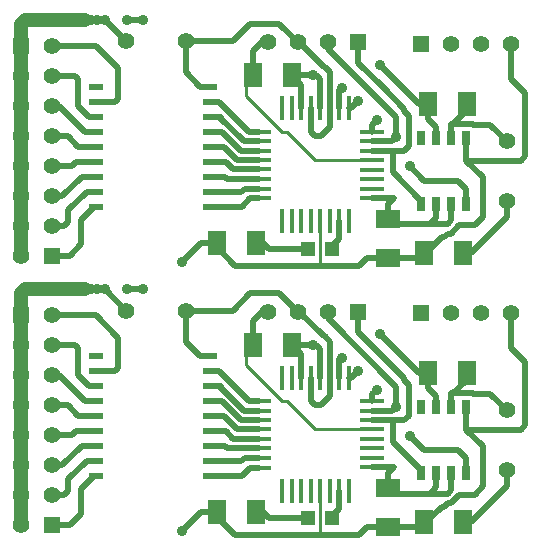
<source format=gtl>
G04 (created by PCBNEW (2013-may-18)-stable) date Сб 10 янв 2015 20:32:16*
%MOIN*%
G04 Gerber Fmt 3.4, Leading zero omitted, Abs format*
%FSLAX34Y34*%
G01*
G70*
G90*
G04 APERTURE LIST*
%ADD10C,0.00590551*%
%ADD11R,0.055X0.055*%
%ADD12C,0.055*%
%ADD13R,0.05X0.02*%
%ADD14R,0.025X0.05*%
%ADD15R,0.0472X0.0472*%
%ADD16R,0.06X0.08*%
%ADD17R,0.08X0.06*%
%ADD18R,0.0177X0.0787*%
%ADD19R,0.0787X0.0177*%
%ADD20C,0.035*%
%ADD21C,0.0472441*%
%ADD22C,0.019685*%
%ADD23C,0.01*%
G04 APERTURE END LIST*
G54D10*
G54D11*
X14011Y-10078D03*
G54D12*
X15011Y-10078D03*
X16011Y-10078D03*
X17011Y-10078D03*
G54D13*
X3178Y-12021D03*
X3178Y-12521D03*
X3178Y-13021D03*
X3178Y-13521D03*
X3178Y-14021D03*
X3178Y-14521D03*
X3178Y-15021D03*
X3178Y-15521D03*
X6978Y-15517D03*
X6978Y-15017D03*
X6978Y-14517D03*
X6978Y-14017D03*
X6978Y-13517D03*
X6978Y-13017D03*
X6978Y-12517D03*
X6978Y-12017D03*
X6978Y-11517D03*
X3179Y-11509D03*
G54D11*
X669Y-10161D03*
G54D12*
X669Y-11161D03*
X669Y-12161D03*
X669Y-13161D03*
X669Y-14161D03*
X669Y-15161D03*
X669Y-16161D03*
X669Y-17161D03*
G54D11*
X1692Y-17161D03*
G54D12*
X1692Y-16161D03*
X1692Y-15161D03*
X1692Y-14161D03*
X1692Y-13161D03*
X1692Y-12161D03*
X1692Y-11161D03*
X1692Y-10161D03*
G54D14*
X14013Y-15430D03*
X14513Y-15430D03*
X15013Y-15430D03*
X15513Y-15430D03*
X15513Y-13230D03*
X15013Y-13230D03*
X14513Y-13230D03*
X14013Y-13230D03*
G54D12*
X16850Y-13330D03*
X16850Y-15330D03*
X4157Y-10000D03*
X6157Y-10000D03*
G54D15*
X11042Y-16929D03*
X10216Y-16929D03*
G54D11*
X11893Y-10039D03*
G54D12*
X10893Y-10039D03*
X9893Y-10039D03*
X8893Y-10039D03*
G54D16*
X14113Y-17047D03*
X15413Y-17047D03*
X15531Y-12086D03*
X14231Y-12086D03*
G54D17*
X12913Y-17224D03*
X12913Y-15924D03*
G54D16*
X8484Y-16732D03*
X7184Y-16732D03*
X8405Y-11141D03*
X9705Y-11141D03*
G54D18*
X9379Y-12237D03*
X9694Y-12237D03*
X10009Y-12237D03*
X10324Y-12237D03*
X10639Y-12237D03*
X10954Y-12237D03*
X11269Y-12237D03*
X11584Y-12237D03*
X11582Y-16003D03*
X9372Y-16003D03*
X9692Y-16003D03*
X10012Y-16003D03*
X10322Y-16003D03*
X10642Y-16003D03*
X10952Y-16003D03*
X11272Y-16003D03*
G54D19*
X12372Y-13021D03*
X12372Y-13335D03*
X12372Y-13651D03*
X12372Y-13965D03*
X12372Y-14281D03*
X12372Y-14595D03*
X12372Y-14911D03*
X12372Y-15225D03*
X8592Y-13023D03*
X8592Y-13333D03*
X8592Y-13653D03*
X8592Y-13963D03*
X8592Y-14273D03*
X8592Y-14593D03*
X8592Y-14913D03*
X8592Y-15233D03*
G54D18*
X9379Y-3261D03*
X9694Y-3261D03*
X10009Y-3261D03*
X10324Y-3261D03*
X10639Y-3261D03*
X10954Y-3261D03*
X11269Y-3261D03*
X11584Y-3261D03*
X11582Y-7027D03*
X9372Y-7027D03*
X9692Y-7027D03*
X10012Y-7027D03*
X10322Y-7027D03*
X10642Y-7027D03*
X10952Y-7027D03*
X11272Y-7027D03*
G54D19*
X12372Y-4045D03*
X12372Y-4359D03*
X12372Y-4675D03*
X12372Y-4989D03*
X12372Y-5305D03*
X12372Y-5619D03*
X12372Y-5935D03*
X12372Y-6249D03*
X8592Y-4047D03*
X8592Y-4357D03*
X8592Y-4677D03*
X8592Y-4987D03*
X8592Y-5297D03*
X8592Y-5617D03*
X8592Y-5937D03*
X8592Y-6257D03*
G54D16*
X8405Y-2165D03*
X9705Y-2165D03*
X8484Y-7755D03*
X7184Y-7755D03*
G54D17*
X12913Y-8248D03*
X12913Y-6948D03*
G54D16*
X15531Y-3110D03*
X14231Y-3110D03*
X14113Y-8070D03*
X15413Y-8070D03*
G54D11*
X11893Y-1062D03*
G54D12*
X10893Y-1062D03*
X9893Y-1062D03*
X8893Y-1062D03*
G54D15*
X11042Y-7952D03*
X10216Y-7952D03*
G54D12*
X4157Y-1023D03*
X6157Y-1023D03*
X16850Y-4354D03*
X16850Y-6354D03*
G54D14*
X14013Y-6454D03*
X14513Y-6454D03*
X15013Y-6454D03*
X15513Y-6454D03*
X15513Y-4254D03*
X15013Y-4254D03*
X14513Y-4254D03*
X14013Y-4254D03*
G54D11*
X1692Y-8185D03*
G54D12*
X1692Y-7185D03*
X1692Y-6185D03*
X1692Y-5185D03*
X1692Y-4185D03*
X1692Y-3185D03*
X1692Y-2185D03*
X1692Y-1185D03*
G54D11*
X669Y-1185D03*
G54D12*
X669Y-2185D03*
X669Y-3185D03*
X669Y-4185D03*
X669Y-5185D03*
X669Y-6185D03*
X669Y-7185D03*
X669Y-8185D03*
G54D13*
X3178Y-3045D03*
X3178Y-3545D03*
X3178Y-4045D03*
X3178Y-4545D03*
X3178Y-5045D03*
X3178Y-5545D03*
X3178Y-6045D03*
X3178Y-6545D03*
X6978Y-6541D03*
X6978Y-6041D03*
X6978Y-5541D03*
X6978Y-5041D03*
X6978Y-4541D03*
X6978Y-4041D03*
X6978Y-3541D03*
X6978Y-3041D03*
X6978Y-2541D03*
X3179Y-2533D03*
G54D11*
X14011Y-1102D03*
G54D12*
X15011Y-1102D03*
X16011Y-1102D03*
X17011Y-1102D03*
G54D20*
X4157Y-10000D03*
X2795Y-9291D03*
X2992Y-9291D03*
X3188Y-9291D03*
X3448Y-9291D03*
X3448Y-314D03*
X3188Y-314D03*
X2992Y-314D03*
X2795Y-314D03*
X4157Y-1023D03*
X4212Y-9291D03*
X4724Y-9291D03*
X10393Y-11141D03*
X12637Y-10787D03*
X12637Y-1811D03*
X10393Y-2165D03*
X4724Y-314D03*
X4212Y-314D03*
X11377Y-11574D03*
X11377Y-2598D03*
X11889Y-12007D03*
X11889Y-3031D03*
X12519Y-12637D03*
X12519Y-3661D03*
X13622Y-14173D03*
X13169Y-13208D03*
X13169Y-4232D03*
X13622Y-5196D03*
X6023Y-17362D03*
X6023Y-8385D03*
G54D21*
X669Y-11161D02*
X669Y-10161D01*
X669Y-12161D02*
X669Y-11161D01*
X669Y-13161D02*
X669Y-12161D01*
X669Y-14161D02*
X669Y-13161D01*
X669Y-15161D02*
X669Y-14161D01*
X669Y-14803D02*
X669Y-15161D01*
X669Y-16161D02*
X669Y-14803D01*
X669Y-17161D02*
X669Y-16161D01*
G54D22*
X3188Y-9291D02*
X2992Y-9291D01*
G54D21*
X669Y-10161D02*
X669Y-9409D01*
X787Y-9291D02*
X2795Y-9291D01*
X669Y-9409D02*
X787Y-9291D01*
G54D22*
X4157Y-10000D02*
X3448Y-9291D01*
X4157Y-1023D02*
X3448Y-314D01*
G54D21*
X669Y-433D02*
X787Y-314D01*
X787Y-314D02*
X2795Y-314D01*
X669Y-1185D02*
X669Y-433D01*
G54D22*
X3188Y-314D02*
X2992Y-314D01*
G54D21*
X669Y-8185D02*
X669Y-7185D01*
X669Y-7185D02*
X669Y-5826D01*
X669Y-5826D02*
X669Y-6185D01*
X669Y-6185D02*
X669Y-5185D01*
X669Y-5185D02*
X669Y-4185D01*
X669Y-4185D02*
X669Y-3185D01*
X669Y-3185D02*
X669Y-2185D01*
X669Y-2185D02*
X669Y-1185D01*
G54D22*
X4212Y-9291D02*
X4724Y-9291D01*
X10009Y-11446D02*
X9705Y-11141D01*
X10009Y-12237D02*
X10009Y-11446D01*
X10393Y-11141D02*
X9705Y-11141D01*
X10639Y-11269D02*
X10511Y-11141D01*
X10511Y-11141D02*
X10393Y-11141D01*
X10639Y-12237D02*
X10639Y-11269D01*
X14513Y-12860D02*
X14231Y-12578D01*
X14231Y-12578D02*
X14231Y-12086D01*
X14513Y-13230D02*
X14513Y-12860D01*
X13937Y-12086D02*
X12637Y-10787D01*
X14231Y-12086D02*
X13937Y-12086D01*
X14231Y-3110D02*
X13937Y-3110D01*
X13937Y-3110D02*
X12637Y-1811D01*
X14513Y-4254D02*
X14513Y-3883D01*
X14231Y-3601D02*
X14231Y-3110D01*
X14513Y-3883D02*
X14231Y-3601D01*
X10639Y-3261D02*
X10639Y-2292D01*
X10511Y-2165D02*
X10393Y-2165D01*
X10639Y-2292D02*
X10511Y-2165D01*
X10393Y-2165D02*
X9705Y-2165D01*
X10009Y-3261D02*
X10009Y-2469D01*
X10009Y-2469D02*
X9705Y-2165D01*
X4212Y-314D02*
X4724Y-314D01*
X11269Y-11623D02*
X11318Y-11574D01*
X11318Y-11574D02*
X11377Y-11574D01*
X11269Y-12237D02*
X11269Y-11623D01*
X11269Y-3261D02*
X11269Y-2647D01*
X11318Y-2598D02*
X11377Y-2598D01*
X11269Y-2647D02*
X11318Y-2598D01*
X11659Y-12237D02*
X11889Y-12007D01*
X11584Y-12237D02*
X11659Y-12237D01*
X11584Y-3261D02*
X11659Y-3261D01*
X11659Y-3261D02*
X11889Y-3031D01*
X12372Y-12785D02*
X12519Y-12637D01*
X12372Y-13021D02*
X12372Y-12785D01*
X12372Y-4045D02*
X12372Y-3808D01*
X12372Y-3808D02*
X12519Y-3661D01*
X13169Y-13208D02*
X13042Y-13335D01*
X13042Y-13335D02*
X12372Y-13335D01*
X13622Y-14173D02*
X14094Y-14645D01*
X14094Y-14645D02*
X15236Y-14645D01*
X15236Y-14645D02*
X15513Y-14923D01*
X15513Y-15430D02*
X15513Y-14923D01*
X13169Y-12539D02*
X10893Y-10263D01*
X10893Y-10263D02*
X10893Y-10039D01*
X13169Y-13208D02*
X13169Y-12539D01*
X13169Y-4232D02*
X13169Y-3562D01*
X10893Y-1287D02*
X10893Y-1062D01*
X13169Y-3562D02*
X10893Y-1287D01*
X15513Y-6454D02*
X15513Y-5946D01*
X15236Y-5669D02*
X15513Y-5946D01*
X14094Y-5669D02*
X15236Y-5669D01*
X13622Y-5196D02*
X14094Y-5669D01*
X13042Y-4359D02*
X12372Y-4359D01*
X13169Y-4232D02*
X13042Y-4359D01*
X11893Y-10712D02*
X12716Y-11535D01*
X12716Y-11535D02*
X13425Y-12244D01*
X13425Y-12244D02*
X13425Y-12322D01*
X13425Y-12322D02*
X13582Y-12480D01*
X13582Y-12480D02*
X13582Y-13503D01*
X13582Y-13503D02*
X13434Y-13651D01*
X13070Y-13651D02*
X12372Y-13651D01*
X13434Y-13651D02*
X13070Y-13651D01*
X11893Y-10039D02*
X11893Y-10712D01*
X14013Y-15312D02*
X13070Y-14370D01*
X13070Y-14370D02*
X13070Y-13651D01*
X14013Y-15430D02*
X14013Y-15312D01*
X14013Y-6454D02*
X14013Y-6336D01*
X13070Y-5393D02*
X13070Y-4675D01*
X14013Y-6336D02*
X13070Y-5393D01*
X11893Y-1062D02*
X11893Y-1736D01*
X13434Y-4675D02*
X13070Y-4675D01*
X13070Y-4675D02*
X12372Y-4675D01*
X13582Y-4527D02*
X13434Y-4675D01*
X13582Y-3503D02*
X13582Y-4527D01*
X13425Y-3346D02*
X13582Y-3503D01*
X13425Y-3267D02*
X13425Y-3346D01*
X12716Y-2559D02*
X13425Y-3267D01*
X11893Y-1736D02*
X12716Y-2559D01*
X15013Y-15970D02*
X14881Y-16102D01*
X14881Y-16102D02*
X14291Y-16102D01*
X15013Y-15430D02*
X15013Y-15970D01*
X14513Y-15879D02*
X14291Y-16102D01*
X14513Y-15430D02*
X14513Y-15879D01*
X12913Y-15412D02*
X12913Y-15924D01*
X13099Y-15225D02*
X12913Y-15412D01*
X12372Y-15225D02*
X13099Y-15225D01*
X13090Y-16102D02*
X12913Y-15924D01*
X14291Y-16102D02*
X13090Y-16102D01*
X14291Y-7125D02*
X13090Y-7125D01*
X13090Y-7125D02*
X12913Y-6948D01*
X12372Y-6249D02*
X13099Y-6249D01*
X13099Y-6249D02*
X12913Y-6435D01*
X12913Y-6435D02*
X12913Y-6948D01*
X14513Y-6454D02*
X14513Y-6903D01*
X14513Y-6903D02*
X14291Y-7125D01*
X15013Y-6454D02*
X15013Y-6994D01*
X14881Y-7125D02*
X14291Y-7125D01*
X15013Y-6994D02*
X14881Y-7125D01*
X8260Y-13023D02*
X7253Y-12017D01*
X7253Y-12017D02*
X6978Y-12017D01*
X8592Y-13023D02*
X8260Y-13023D01*
X8592Y-4047D02*
X8260Y-4047D01*
X7253Y-3041D02*
X6978Y-3041D01*
X8260Y-4047D02*
X7253Y-3041D01*
X7320Y-12517D02*
X6978Y-12517D01*
X8084Y-13333D02*
X7268Y-12517D01*
X7268Y-12517D02*
X6978Y-12517D01*
X8592Y-13333D02*
X8084Y-13333D01*
X8592Y-4357D02*
X8084Y-4357D01*
X7268Y-3541D02*
X6978Y-3541D01*
X8084Y-4357D02*
X7268Y-3541D01*
X7320Y-3541D02*
X6978Y-3541D01*
X7984Y-13653D02*
X7348Y-13017D01*
X7348Y-13017D02*
X6978Y-13017D01*
X8592Y-13653D02*
X7984Y-13653D01*
X8592Y-4677D02*
X7984Y-4677D01*
X7348Y-4041D02*
X6978Y-4041D01*
X7984Y-4677D02*
X7348Y-4041D01*
X7205Y-13517D02*
X6978Y-13517D01*
X7861Y-13963D02*
X7415Y-13517D01*
X7415Y-13517D02*
X6978Y-13517D01*
X8592Y-13963D02*
X7861Y-13963D01*
X8592Y-4987D02*
X7861Y-4987D01*
X7415Y-4541D02*
X6978Y-4541D01*
X7861Y-4987D02*
X7415Y-4541D01*
X7205Y-4541D02*
X6978Y-4541D01*
X7285Y-14017D02*
X6978Y-14017D01*
X7738Y-14273D02*
X7482Y-14017D01*
X7482Y-14017D02*
X6978Y-14017D01*
X8592Y-14273D02*
X7738Y-14273D01*
X8592Y-5297D02*
X7738Y-5297D01*
X7482Y-5041D02*
X6978Y-5041D01*
X7738Y-5297D02*
X7482Y-5041D01*
X7285Y-5041D02*
X6978Y-5041D01*
X7546Y-14593D02*
X7470Y-14517D01*
X7470Y-14517D02*
X6978Y-14517D01*
X8592Y-14593D02*
X7546Y-14593D01*
X8592Y-5617D02*
X7546Y-5617D01*
X7470Y-5541D02*
X6978Y-5541D01*
X7546Y-5617D02*
X7470Y-5541D01*
X8117Y-14913D02*
X8013Y-15017D01*
X8013Y-15017D02*
X6978Y-15017D01*
X8592Y-14913D02*
X8117Y-14913D01*
X8592Y-5937D02*
X8117Y-5937D01*
X8013Y-6041D02*
X6978Y-6041D01*
X8117Y-5937D02*
X8013Y-6041D01*
X8309Y-15233D02*
X8025Y-15517D01*
X8025Y-15517D02*
X6978Y-15517D01*
X8592Y-15233D02*
X8309Y-15233D01*
X8592Y-6257D02*
X8309Y-6257D01*
X8025Y-6541D02*
X6978Y-6541D01*
X8309Y-6257D02*
X8025Y-6541D01*
G54D23*
X10461Y-13965D02*
X9527Y-13031D01*
X9527Y-13031D02*
X9370Y-13031D01*
X9370Y-13031D02*
X8149Y-11811D01*
X8149Y-11811D02*
X8149Y-11259D01*
X12372Y-13965D02*
X10461Y-13965D01*
G54D22*
X8700Y-10039D02*
X8405Y-10335D01*
X8405Y-10335D02*
X8405Y-11141D01*
X8893Y-10039D02*
X8700Y-10039D01*
X8893Y-1062D02*
X8700Y-1062D01*
X8405Y-1358D02*
X8405Y-2165D01*
X8700Y-1062D02*
X8405Y-1358D01*
G54D23*
X12372Y-4989D02*
X10461Y-4989D01*
X8149Y-2834D02*
X8149Y-2283D01*
X9370Y-4055D02*
X8149Y-2834D01*
X9527Y-4055D02*
X9370Y-4055D01*
X10461Y-4989D02*
X9527Y-4055D01*
G54D22*
X6157Y-11039D02*
X6635Y-11517D01*
X6635Y-11517D02*
X6978Y-11517D01*
X6157Y-10000D02*
X6157Y-11039D01*
X13936Y-17224D02*
X14113Y-17047D01*
X12913Y-17224D02*
X13936Y-17224D01*
X6023Y-17362D02*
X6653Y-16732D01*
X6653Y-16732D02*
X7184Y-16732D01*
X7184Y-16869D02*
X7795Y-17480D01*
X10642Y-17480D02*
X11929Y-17480D01*
X7795Y-17480D02*
X10642Y-17480D01*
X11929Y-17480D02*
X12184Y-17224D01*
X12184Y-17224D02*
X12913Y-17224D01*
X7184Y-16732D02*
X7184Y-16869D01*
G54D23*
X10642Y-16003D02*
X10642Y-17480D01*
G54D22*
X10954Y-12864D02*
X10954Y-12237D01*
X10669Y-13149D02*
X10954Y-12864D01*
X10452Y-13149D02*
X10669Y-13149D01*
X10324Y-13022D02*
X10452Y-13149D01*
X10324Y-12237D02*
X10324Y-13022D01*
X7716Y-10000D02*
X8307Y-9409D01*
X8307Y-9409D02*
X9263Y-9409D01*
X9263Y-9409D02*
X9893Y-10039D01*
X6157Y-10000D02*
X7716Y-10000D01*
X9921Y-10039D02*
X10748Y-10866D01*
X10748Y-10866D02*
X10787Y-10866D01*
X10787Y-10866D02*
X10954Y-11033D01*
X10954Y-11033D02*
X10954Y-12237D01*
X9893Y-10039D02*
X9921Y-10039D01*
X14173Y-17047D02*
X14685Y-16535D01*
X14685Y-16535D02*
X14763Y-16535D01*
X14763Y-16535D02*
X14881Y-16417D01*
X14881Y-16417D02*
X14986Y-16417D01*
X14986Y-16417D02*
X15262Y-16141D01*
X15262Y-16141D02*
X15787Y-16141D01*
X15787Y-16141D02*
X16062Y-15866D01*
X16062Y-15866D02*
X16062Y-14527D01*
X16062Y-14527D02*
X15513Y-13978D01*
X15513Y-13978D02*
X15513Y-13230D01*
X14113Y-17047D02*
X14173Y-17047D01*
X16183Y-13978D02*
X16185Y-13976D01*
X16185Y-13976D02*
X17322Y-13976D01*
X17322Y-13976D02*
X17480Y-13818D01*
X17480Y-13818D02*
X17480Y-11732D01*
X17480Y-11732D02*
X17011Y-11263D01*
X17011Y-11263D02*
X17011Y-10078D01*
X15513Y-13978D02*
X16183Y-13978D01*
X15513Y-5001D02*
X16183Y-5001D01*
X17011Y-2287D02*
X17011Y-1102D01*
X17480Y-2755D02*
X17011Y-2287D01*
X17480Y-4842D02*
X17480Y-2755D01*
X17322Y-5000D02*
X17480Y-4842D01*
X16185Y-5000D02*
X17322Y-5000D01*
X16183Y-5001D02*
X16185Y-5000D01*
X14113Y-8070D02*
X14173Y-8070D01*
X15513Y-5001D02*
X15513Y-4254D01*
X16062Y-5551D02*
X15513Y-5001D01*
X16062Y-6889D02*
X16062Y-5551D01*
X15787Y-7165D02*
X16062Y-6889D01*
X15262Y-7165D02*
X15787Y-7165D01*
X14986Y-7440D02*
X15262Y-7165D01*
X14881Y-7440D02*
X14986Y-7440D01*
X14763Y-7559D02*
X14881Y-7440D01*
X14685Y-7559D02*
X14763Y-7559D01*
X14173Y-8070D02*
X14685Y-7559D01*
X9893Y-1062D02*
X9921Y-1062D01*
X10954Y-2056D02*
X10954Y-3261D01*
X10787Y-1889D02*
X10954Y-2056D01*
X10748Y-1889D02*
X10787Y-1889D01*
X9921Y-1062D02*
X10748Y-1889D01*
X6157Y-1023D02*
X7716Y-1023D01*
X9263Y-433D02*
X9893Y-1062D01*
X8307Y-433D02*
X9263Y-433D01*
X7716Y-1023D02*
X8307Y-433D01*
X10324Y-3261D02*
X10324Y-4045D01*
X10324Y-4045D02*
X10452Y-4173D01*
X10452Y-4173D02*
X10669Y-4173D01*
X10669Y-4173D02*
X10954Y-3888D01*
X10954Y-3888D02*
X10954Y-3261D01*
G54D23*
X10642Y-7027D02*
X10642Y-8503D01*
G54D22*
X7184Y-7755D02*
X7184Y-7893D01*
X12184Y-8248D02*
X12913Y-8248D01*
X11929Y-8503D02*
X12184Y-8248D01*
X7795Y-8503D02*
X10642Y-8503D01*
X10642Y-8503D02*
X11929Y-8503D01*
X7184Y-7893D02*
X7795Y-8503D01*
X6023Y-8385D02*
X6653Y-7755D01*
X6653Y-7755D02*
X7184Y-7755D01*
X12913Y-8248D02*
X13936Y-8248D01*
X13936Y-8248D02*
X14113Y-8070D01*
X6157Y-1023D02*
X6157Y-2062D01*
X6635Y-2541D02*
X6978Y-2541D01*
X6157Y-2062D02*
X6635Y-2541D01*
X2852Y-15021D02*
X2244Y-15629D01*
X2244Y-15629D02*
X2244Y-16023D01*
X2244Y-16023D02*
X2106Y-16161D01*
X2106Y-16161D02*
X1692Y-16161D01*
X3178Y-15021D02*
X2852Y-15021D01*
X3178Y-6045D02*
X2852Y-6045D01*
X2106Y-7185D02*
X1692Y-7185D01*
X2244Y-7047D02*
X2106Y-7185D01*
X2244Y-6653D02*
X2244Y-7047D01*
X2852Y-6045D02*
X2244Y-6653D01*
X2683Y-14521D02*
X2043Y-15161D01*
X2043Y-15161D02*
X1692Y-15161D01*
X3178Y-14521D02*
X2683Y-14521D01*
X3178Y-5545D02*
X2683Y-5545D01*
X2043Y-6185D02*
X1692Y-6185D01*
X2683Y-5545D02*
X2043Y-6185D01*
X2513Y-14021D02*
X2374Y-14161D01*
X2374Y-14161D02*
X1692Y-14161D01*
X3178Y-14021D02*
X2513Y-14021D01*
X3178Y-5045D02*
X2513Y-5045D01*
X2374Y-5185D02*
X1692Y-5185D01*
X2513Y-5045D02*
X2374Y-5185D01*
X2915Y-12521D02*
X2559Y-12165D01*
X2559Y-12165D02*
X2559Y-11259D01*
X2559Y-11259D02*
X2460Y-11161D01*
X2460Y-11161D02*
X1692Y-11161D01*
X3178Y-12521D02*
X2915Y-12521D01*
X3178Y-3545D02*
X2915Y-3545D01*
X2460Y-2185D02*
X1692Y-2185D01*
X2559Y-2283D02*
X2460Y-2185D01*
X2559Y-3188D02*
X2559Y-2283D01*
X2915Y-3545D02*
X2559Y-3188D01*
X2785Y-13021D02*
X1925Y-12161D01*
X1925Y-12161D02*
X1692Y-12161D01*
X3178Y-13021D02*
X2785Y-13021D01*
X3178Y-4045D02*
X2785Y-4045D01*
X1925Y-3185D02*
X1692Y-3185D01*
X2785Y-4045D02*
X1925Y-3185D01*
X2576Y-13521D02*
X2216Y-13161D01*
X2216Y-13161D02*
X1692Y-13161D01*
X3178Y-13521D02*
X2576Y-13521D01*
X3178Y-4545D02*
X2576Y-4545D01*
X2216Y-4185D02*
X1692Y-4185D01*
X2576Y-4545D02*
X2216Y-4185D01*
X3805Y-12021D02*
X3897Y-11929D01*
X3897Y-11929D02*
X3897Y-10905D01*
X3897Y-10905D02*
X3153Y-10161D01*
X3153Y-10161D02*
X1692Y-10161D01*
X3178Y-12021D02*
X3805Y-12021D01*
X3178Y-3045D02*
X3805Y-3045D01*
X3153Y-1185D02*
X1692Y-1185D01*
X3897Y-1929D02*
X3153Y-1185D01*
X3897Y-2952D02*
X3897Y-1929D01*
X3805Y-3045D02*
X3897Y-2952D01*
X16850Y-15866D02*
X15669Y-17047D01*
X15669Y-17047D02*
X15413Y-17047D01*
X16850Y-15330D02*
X16850Y-15866D01*
X16850Y-6354D02*
X16850Y-6889D01*
X15669Y-8070D02*
X15413Y-8070D01*
X16850Y-6889D02*
X15669Y-8070D01*
X15013Y-12820D02*
X15531Y-12302D01*
X15531Y-12302D02*
X15531Y-12086D01*
X15013Y-12755D02*
X15013Y-12820D01*
X15013Y-13230D02*
X15013Y-12755D01*
X15708Y-12755D02*
X15748Y-12795D01*
X15748Y-12795D02*
X16314Y-12795D01*
X16314Y-12795D02*
X16850Y-13330D01*
X15013Y-12755D02*
X15708Y-12755D01*
X15013Y-3779D02*
X15708Y-3779D01*
X16314Y-3818D02*
X16850Y-4354D01*
X15748Y-3818D02*
X16314Y-3818D01*
X15708Y-3779D02*
X15748Y-3818D01*
X15013Y-4254D02*
X15013Y-3779D01*
X15013Y-3779D02*
X15013Y-3844D01*
X15531Y-3326D02*
X15531Y-3110D01*
X15013Y-3844D02*
X15531Y-3326D01*
X11042Y-16831D02*
X11272Y-16601D01*
X11272Y-16601D02*
X11272Y-16003D01*
X11042Y-16929D02*
X11042Y-16831D01*
X11042Y-7952D02*
X11042Y-7854D01*
X11272Y-7625D02*
X11272Y-7027D01*
X11042Y-7854D02*
X11272Y-7625D01*
X8937Y-16929D02*
X8740Y-16732D01*
X8740Y-16732D02*
X8484Y-16732D01*
X10216Y-16929D02*
X8937Y-16929D01*
X10216Y-7952D02*
X8937Y-7952D01*
X8740Y-7755D02*
X8484Y-7755D01*
X8937Y-7952D02*
X8740Y-7755D01*
X3100Y-15521D02*
X2677Y-15944D01*
X2677Y-15944D02*
X2677Y-16771D01*
X2677Y-16771D02*
X2287Y-17161D01*
X2287Y-17161D02*
X1692Y-17161D01*
X3178Y-15521D02*
X3100Y-15521D01*
X3178Y-6545D02*
X3100Y-6545D01*
X2287Y-8185D02*
X1692Y-8185D01*
X2677Y-7795D02*
X2287Y-8185D01*
X2677Y-6968D02*
X2677Y-7795D01*
X3100Y-6545D02*
X2677Y-6968D01*
M02*

</source>
